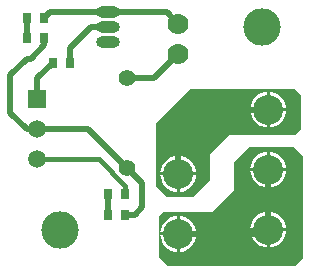
<source format=gtl>
%FSLAX24Y24*%
%MOIN*%
G70*
G01*
G75*
G04 Layer_Physical_Order=1*
G04 Layer_Color=255*
%ADD10R,0.0315X0.0354*%
%ADD11C,0.0200*%
%ADD12C,0.0150*%
%ADD13C,0.1000*%
%ADD14C,0.1250*%
%ADD15O,0.0787X0.0394*%
%ADD16O,0.0787X0.0394*%
%ADD17C,0.0700*%
%ADD18R,0.0591X0.0591*%
%ADD19C,0.0591*%
%ADD20C,0.0551*%
G36*
X62100Y39050D02*
Y37900D01*
X61900Y37700D01*
X59700D01*
X59050Y37050D01*
Y36200D01*
X58500Y35650D01*
X57600D01*
X57250Y36000D01*
Y38100D01*
X58400Y39250D01*
X61900D01*
X62100Y39050D01*
D02*
G37*
G36*
X62150Y37000D02*
Y33800D01*
Y33600D01*
X61900Y33350D01*
X57650D01*
X57350Y33650D01*
Y34373D01*
X57352Y34373D01*
Y34435D01*
X57350Y34435D01*
Y35000D01*
X57500Y35150D01*
X59150D01*
X59800Y35800D01*
X59850Y35850D01*
Y36700D01*
Y36800D01*
X60350Y37300D01*
X61850D01*
X62150Y37000D01*
D02*
G37*
%LPC*%
G36*
X60950Y35148D02*
X60882Y35141D01*
X60769Y35107D01*
X60665Y35051D01*
X60574Y34976D01*
X60499Y34885D01*
X60443Y34781D01*
X60409Y34668D01*
X60402Y34600D01*
X60950D01*
Y35148D01*
D02*
G37*
G36*
X58050Y35002D02*
Y34454D01*
X58598D01*
X58591Y34522D01*
X58557Y34635D01*
X58501Y34739D01*
X58426Y34830D01*
X58335Y34905D01*
X58231Y34961D01*
X58118Y34995D01*
X58050Y35002D01*
D02*
G37*
G36*
X57950Y36354D02*
X57402D01*
X57409Y36286D01*
X57443Y36173D01*
X57499Y36069D01*
X57574Y35978D01*
X57665Y35903D01*
X57769Y35847D01*
X57882Y35813D01*
X57950Y35806D01*
Y36354D01*
D02*
G37*
G36*
X61050Y35148D02*
Y34600D01*
X61598D01*
X61591Y34668D01*
X61557Y34781D01*
X61501Y34885D01*
X61426Y34976D01*
X61335Y35051D01*
X61231Y35107D01*
X61118Y35141D01*
X61050Y35148D01*
D02*
G37*
G36*
X58598Y34354D02*
X58050D01*
Y33806D01*
X58118Y33813D01*
X58231Y33847D01*
X58335Y33903D01*
X58426Y33978D01*
X58501Y34069D01*
X58557Y34173D01*
X58591Y34286D01*
X58598Y34354D01*
D02*
G37*
G36*
X57950D02*
X57402D01*
X57409Y34286D01*
X57443Y34173D01*
X57499Y34069D01*
X57574Y33978D01*
X57665Y33903D01*
X57769Y33847D01*
X57882Y33813D01*
X57950Y33806D01*
Y34354D01*
D02*
G37*
G36*
X60950Y34500D02*
X60402D01*
X60409Y34432D01*
X60443Y34319D01*
X60499Y34215D01*
X60574Y34124D01*
X60665Y34049D01*
X60769Y33993D01*
X60882Y33959D01*
X60950Y33952D01*
Y34500D01*
D02*
G37*
G36*
X57950Y35002D02*
X57882Y34995D01*
X57769Y34961D01*
X57665Y34905D01*
X57574Y34830D01*
X57499Y34739D01*
X57443Y34635D01*
X57409Y34522D01*
X57402Y34454D01*
X57950D01*
Y35002D01*
D02*
G37*
G36*
X61598Y34500D02*
X61050D01*
Y33952D01*
X61118Y33959D01*
X61231Y33993D01*
X61335Y34049D01*
X61426Y34124D01*
X61501Y34215D01*
X61557Y34319D01*
X61591Y34432D01*
X61598Y34500D01*
D02*
G37*
G36*
X60950Y38500D02*
X60402D01*
X60409Y38432D01*
X60443Y38319D01*
X60499Y38215D01*
X60574Y38124D01*
X60665Y38049D01*
X60769Y37993D01*
X60882Y37959D01*
X60950Y37952D01*
Y38500D01*
D02*
G37*
G36*
X61050Y37148D02*
Y36600D01*
X61598D01*
X61591Y36668D01*
X61557Y36781D01*
X61501Y36885D01*
X61426Y36976D01*
X61335Y37051D01*
X61231Y37107D01*
X61118Y37141D01*
X61050Y37148D01*
D02*
G37*
G36*
X61598Y38500D02*
X61050D01*
Y37952D01*
X61118Y37959D01*
X61231Y37993D01*
X61335Y38049D01*
X61426Y38124D01*
X61501Y38215D01*
X61557Y38319D01*
X61591Y38432D01*
X61598Y38500D01*
D02*
G37*
G36*
X61050Y39148D02*
Y38600D01*
X61598D01*
X61591Y38668D01*
X61557Y38781D01*
X61501Y38885D01*
X61426Y38976D01*
X61335Y39051D01*
X61231Y39107D01*
X61118Y39141D01*
X61050Y39148D01*
D02*
G37*
G36*
X60950D02*
X60882Y39141D01*
X60769Y39107D01*
X60665Y39051D01*
X60574Y38976D01*
X60499Y38885D01*
X60443Y38781D01*
X60409Y38668D01*
X60402Y38600D01*
X60950D01*
Y39148D01*
D02*
G37*
G36*
Y37148D02*
X60882Y37141D01*
X60769Y37107D01*
X60665Y37051D01*
X60574Y36976D01*
X60499Y36885D01*
X60443Y36781D01*
X60409Y36668D01*
X60402Y36600D01*
X60950D01*
Y37148D01*
D02*
G37*
G36*
Y36500D02*
X60402D01*
X60409Y36432D01*
X60443Y36319D01*
X60499Y36215D01*
X60574Y36124D01*
X60665Y36049D01*
X60769Y35993D01*
X60882Y35959D01*
X60950Y35952D01*
Y36500D01*
D02*
G37*
G36*
X58598Y36354D02*
X58050D01*
Y35806D01*
X58118Y35813D01*
X58231Y35847D01*
X58335Y35903D01*
X58426Y35978D01*
X58501Y36069D01*
X58557Y36173D01*
X58591Y36286D01*
X58598Y36354D01*
D02*
G37*
G36*
X61598Y36500D02*
X61050D01*
Y35952D01*
X61118Y35959D01*
X61231Y35993D01*
X61335Y36049D01*
X61426Y36124D01*
X61501Y36215D01*
X61557Y36319D01*
X61591Y36432D01*
X61598Y36500D01*
D02*
G37*
G36*
X58050Y37002D02*
Y36454D01*
X58598D01*
X58591Y36522D01*
X58557Y36635D01*
X58501Y36739D01*
X58426Y36830D01*
X58335Y36905D01*
X58231Y36961D01*
X58118Y36995D01*
X58050Y37002D01*
D02*
G37*
G36*
X57950D02*
X57882Y36995D01*
X57769Y36961D01*
X57665Y36905D01*
X57574Y36830D01*
X57499Y36739D01*
X57443Y36635D01*
X57409Y36522D01*
X57402Y36454D01*
X57950D01*
Y37002D01*
D02*
G37*
%LPD*%
D10*
X54385Y40100D02*
D03*
X53815D02*
D03*
X53535Y40950D02*
D03*
X52965D02*
D03*
X53535Y41600D02*
D03*
X52965D02*
D03*
X56235Y35050D02*
D03*
X55665D02*
D03*
Y35750D02*
D03*
X56235D02*
D03*
D11*
X53300Y38900D02*
Y39585D01*
X53815Y40100D01*
X54385D02*
Y40585D01*
X55100Y41300D01*
X55650D01*
X53535Y41600D02*
X53735Y41800D01*
X55650D01*
X57604D01*
X58000Y41404D01*
X57196Y39600D02*
X58000Y40404D01*
X56300Y39600D02*
X57196D01*
X52965Y40950D02*
Y41600D01*
X52950Y37900D02*
X53300D01*
X52400Y38450D02*
X52950Y37900D01*
X52400Y38450D02*
Y39700D01*
X52950Y40250D01*
X53100D01*
X53535Y40685D01*
Y40950D01*
X56235Y35050D02*
X56550D01*
X56800Y35300D01*
Y36100D01*
X56300Y36600D02*
X56800Y36100D01*
X55000Y37900D02*
X56300Y36600D01*
X53300Y37900D02*
X55000D01*
X55665Y35050D02*
Y35750D01*
X58000Y36404D02*
Y37550D01*
X59000Y38550D01*
X61000D01*
Y34550D02*
Y36550D01*
X60854Y34404D02*
X61000Y34550D01*
X58000Y34404D02*
X60854D01*
D12*
X56235Y35750D02*
Y36015D01*
X55350Y36900D02*
X56235Y36015D01*
X53300Y36900D02*
X55350D01*
D13*
X61000Y34550D02*
D03*
Y36550D02*
D03*
Y38550D02*
D03*
X58000Y34404D02*
D03*
Y36404D02*
D03*
D14*
X54050Y34550D02*
D03*
X60800Y41300D02*
D03*
D15*
X55650Y41800D02*
D03*
Y40800D02*
D03*
D16*
Y41300D02*
D03*
D17*
X58000Y40404D02*
D03*
Y41404D02*
D03*
D18*
X53300Y38900D02*
D03*
D19*
Y37900D02*
D03*
Y36900D02*
D03*
D20*
X56300Y36600D02*
D03*
Y39600D02*
D03*
M02*

</source>
